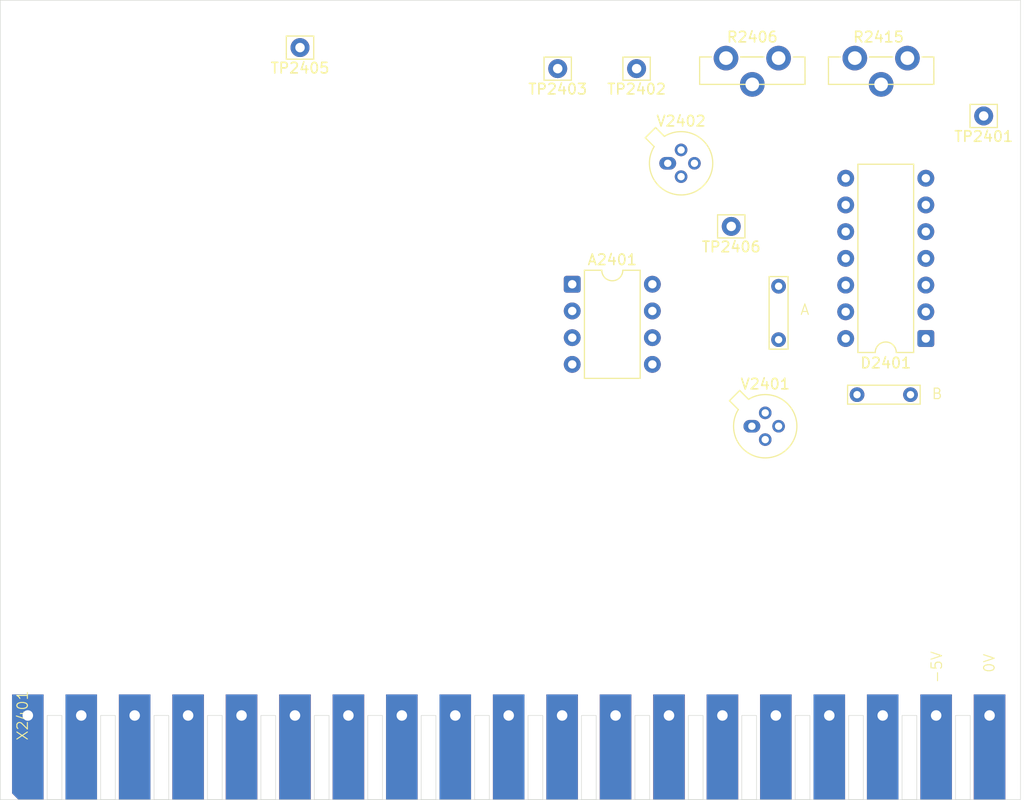
<source format=kicad_pcb>
(kicad_pcb (version 20241229) (generator "pcbnew") (generator_version "9.0")
  (title_block (title "Philips PM2528 - N24 (AC Amplifier)") (date "2025-08-06") (rev "1.0") (company "D. Kupers"))
  (layers (0 "F.Cu" signal) (2 "B.Cu" signal) (13 "F.Paste" user) (15 "B.Paste" user) (5 "F.SilkS" user "F.Silkscreen") (7 "B.SilkS" user "B.Silkscreen") (1 "F.Mask" user) (3 "B.Mask" user) (25 "Edge.Cuts" user))
  (net 0 "")
  (net 1 "+15V")
  (net 2 "Net-(A2401--)")
  (net 3 "-15V")
  (net 4 "Net-(A2401-CompenA)")
  (net 5 "Net-(A2401-+)")
  (net 6 "Net-(A2401-Pad6)")
  (net 7 "Net-(A2401-CompenB)")
  (net 8 "-5V")
  (net 9 "Net-(D2401-Q)")
  (net 10 "Net-(D2401-~{Q})")
  (net 11 "Net-(D2401-C)")
  (net 12 "GND2")
  (net 13 "Net-(D2401-RC_COMMON)")
  (net 15 "Net-(D2401-R)")
  (net 16 "Net-(JP2401-A)")
  (net 17 "Net-(JP2401-B)")
  (net 19 "GND3")
  (net 20 "/CFI")
  (net 23 "/IN")
  (net 24 "GND6")
  (net 25 "GND5")
  (net 27 "GND4")
  (net 29 "/OUT")
  (net 32 "Net-(V2402-S)")
  (net 33 "Net-(C2407-Pad1)")
  (net 34 "Net-(V2401-Bulk)")
  (net 35 "Net-(V2401-D)")
  (net 36 "Net-(R2405-Pad2)")
  (net 37 "Net-(R2415-Pad1)")
  (net 38 "Net-(C2402-Pad1)")
  (net 39 "Net-(R2414-Pad2)")
  (footprint "Connector_Pin:Pin_D0.9mm_L10.0mm_W2.4mm_FlatFork" (layer "F.Cu") (at 127.5 83)
    (property "Reference" "TP2405" (at 0 1.95 0) (layer "F.SilkS"))
    (property "Value" "0V")
    (fp_line (start -1.3 -1.1) (end -1.3 0.6) (stroke (width 0.12)) (layer "F.SilkS"))
    (fp_line (start -1.3 0.6) (end -1.3 1.1) (stroke (width 0.12)) (layer "F.SilkS"))
    (fp_line (start -1.3 1.1) (end 1.3 1.1) (stroke (width 0.12)) (layer "F.SilkS"))
    (fp_line (start 1.3 -1.1) (end -1.3 -1.1) (stroke (width 0.12)) (layer "F.SilkS"))
    (fp_line (start 1.3 1.1) (end 1.3 -1.1) (stroke (width 0.12)) (layer "F.SilkS"))
    (pad "1" thru_hole circle (at 0 0) (size 1.8 1.8) (drill 0.9) (layers "*.Cu" "*.Mask") (net 25 "GND5"))
  )
  (footprint "TestPoint:TestPoint_Bridge_Pitch5.08mm_Drill0.7mm" (layer "F.Cu") (at 173 110.77 90)
    (property "Reference" "JP2401" (hide yes))
    (property "Value" "A")
    (fp_line (start 6 -0.9) (end 6 0.9) (stroke (width 0.12)) (layer "F.SilkS"))
    (fp_line (start -0.9 -0.9) (end 6 -0.9) (stroke (width 0.12)) (layer "F.SilkS"))
    (fp_line (start 6 0.9) (end -0.9 0.9) (stroke (width 0.12)) (layer "F.SilkS"))
    (fp_line (start -0.9 0.9) (end -0.9 -0.9) (stroke (width 0.12)) (layer "F.SilkS"))
    (pad "1" thru_hole circle (at 0 0 90) (size 1.4 1.4) (drill 0.7) (layers "*.Cu" "*.Mask") (net 16 "Net-(JP2401-A)"))
    (pad "1" thru_hole circle (at 5.08 0 90) (size 1.4 1.4) (drill 0.7) (layers "*.Cu" "*.Mask") (net 16 "Net-(JP2401-A)"))
  )
  (footprint "PM2528:Trimmer vertical" (layer "F.Cu") (at 185.25 84 -90)
    (property "Reference" "R2415" (at -2 2.75 180) (layer "F.SilkS"))
    (property "Value" "1k")
    (fp_line (start 2.5 7.505) (end -0.11 7.51) (stroke (width 0.12)) (layer "F.SilkS"))
    (fp_line (start -0.11 6.396) (end -0.11 7.51) (stroke (width 0.12)) (layer "F.SilkS"))
    (fp_line (start -0.11 1.396) (end -0.11 3.604) (stroke (width 0.12)) (layer "F.SilkS"))
    (fp_line (start -0.11 1.396) (end -0.11 3.604) (stroke (width 0.12)) (layer "F.SilkS"))
    (fp_line (start -0.11 -2.51) (end -0.11 -1.396) (stroke (width 0.12)) (layer "F.SilkS"))
    (fp_line (start 2.5 -2.515) (end 2.5 7.505) (stroke (width 0.12)) (layer "F.SilkS"))
    (fp_line (start 2.5 -2.515) (end -0.11 -2.51) (stroke (width 0.12)) (layer "F.SilkS"))
    (pad "1" thru_hole circle (at 0 0 270) (size 2.34 2.34) (drill 1.3) (layers "*.Cu" "*.Mask") (net 37 "Net-(R2415-Pad1)"))
    (pad "2" thru_hole circle (at 2.5 2.5 270) (size 2.34 2.34) (drill 1.3) (layers "*.Cu" "*.Mask") (net 38 "Net-(C2402-Pad1)"))
    (pad "3" thru_hole circle (at 0 5 270) (size 2.34 2.34) (drill 1.3) (layers "*.Cu" "*.Mask") (net 39 "Net-(R2414-Pad2)"))
  )
  (footprint "Connector_Pin:Pin_D0.9mm_L10.0mm_W2.4mm_FlatFork" (layer "F.Cu") (at 159.5 85)
    (property "Reference" "TP2402" (at 0 1.95 0) (layer "F.SilkS"))
    (property "Value" "~")
    (fp_line (start -1.3 -1.1) (end -1.3 0.6) (stroke (width 0.12)) (layer "F.SilkS"))
    (fp_line (start -1.3 0.6) (end -1.3 1.1) (stroke (width 0.12)) (layer "F.SilkS"))
    (fp_line (start -1.3 1.1) (end 1.3 1.1) (stroke (width 0.12)) (layer "F.SilkS"))
    (fp_line (start 1.3 -1.1) (end -1.3 -1.1) (stroke (width 0.12)) (layer "F.SilkS"))
    (fp_line (start 1.3 1.1) (end 1.3 -1.1) (stroke (width 0.12)) (layer "F.SilkS"))
    (pad "1" thru_hole circle (at 0 0) (size 1.8 1.8) (drill 0.9) (layers "*.Cu" "*.Mask") (net 32 "Net-(V2402-S)"))
  )
  (footprint "PM2528:PM2528_RiserCardConnector" (layer "F.Cu") (at 101.62 146.5 90)
    (property "Reference" "X2401" (at 0 -0.5 90) (layer "F.SilkS") (effects (font (thickness 0.1))))
    (property "Value" "~")
    (fp_rect (start -8 1.84) (end 0 3.24) (stroke (width 0.05)) (fill no) (layer "Edge.Cuts"))
    (fp_rect (start -8 6.92) (end 0 8.32) (stroke (width 0.05)) (fill no) (layer "Edge.Cuts"))
    (fp_rect (start -8 12) (end 0 13.4) (stroke (width 0.05)) (fill no) (layer "Edge.Cuts"))
    (fp_rect (start -8 17.08) (end 0 18.48) (stroke (width 0.05)) (fill no) (layer "Edge.Cuts"))
    (fp_rect (start -8 22.16) (end 0 23.56) (stroke (width 0.05)) (fill no) (layer "Edge.Cuts"))
    (fp_rect (start -8 27.24) (end 0 28.64) (stroke (width 0.05)) (fill no) (layer "Edge.Cuts"))
    (fp_rect (start -8 32.32) (end 0 33.72) (stroke (width 0.05)) (fill no) (layer "Edge.Cuts"))
    (fp_rect (start -8 37.4) (end 0 38.8) (stroke (width 0.05)) (fill no) (layer "Edge.Cuts"))
    (fp_rect (start -8 42.48) (end 0 43.88) (stroke (width 0.05)) (fill no) (layer "Edge.Cuts"))
    (fp_rect (start -8 47.56) (end 0 48.96) (stroke (width 0.05)) (fill no) (layer "Edge.Cuts"))
    (fp_rect (start -8 52.64) (end 0 54.04) (stroke (width 0.05)) (fill no) (layer "Edge.Cuts"))
    (fp_rect (start -8 57.72) (end 0 59.12) (stroke (width 0.05)) (fill no) (layer "Edge.Cuts"))
    (fp_rect (start -8 62.8) (end 0 64.2) (stroke (width 0.05)) (fill no) (layer "Edge.Cuts"))
    (fp_rect (start -8 67.88) (end 0 69.28) (stroke (width 0.05)) (fill no) (layer "Edge.Cuts"))
    (fp_rect (start -8 72.96) (end 0 74.36) (stroke (width 0.05)) (fill no) (layer "Edge.Cuts"))
    (fp_rect (start -8 78.04) (end 0 79.44) (stroke (width 0.05)) (fill no) (layer "Edge.Cuts"))
    (fp_rect (start -8 83.12) (end 0 84.52) (stroke (width 0.05)) (fill no) (layer "Edge.Cuts"))
    (fp_rect (start -8 88.2) (end 0 89.6) (stroke (width 0.05)) (fill no) (layer "Edge.Cuts"))
    (fp_text user "-5V" (at 3 87 90) (layer "F.SilkS") (effects (font (thickness 0.1)) (justify left bottom)))
    (fp_text user "0V" (at 4 92 90) (layer "F.SilkS") (effects (font (thickness 0.1)) (justify left bottom)))
    (pad "1" thru_hole rect (at 0 91.44 90) (size 10 3) (drill 1 (offset -3 0)) (layers "*.Cu" "*.Mask") (net 12 "GND2"))
    (pad "2" thru_hole rect (at 0 86.36 90) (size 10 3) (drill 1 (offset -3 0)) (layers "*.Cu" "*.Mask") (net 8 "-5V"))
    (pad "3" thru_hole rect (at 0 81.28 90) (size 10 3) (drill 1 (offset -3 0)) (layers "*.Cu" "*.Mask") (net 3 "-15V"))
    (pad "4" thru_hole rect (at 0 76.2 90) (size 10 3) (drill 1 (offset -3 0)) (layers "*.Cu" "*.Mask") (net 1 "+15V"))
    (pad "5" thru_hole rect (at 0 71.12 90) (size 10 3) (drill 1 (offset -3 0)) (layers "*.Cu" "*.Mask"))
    (pad "6" thru_hole rect (at 0 66.04 90) (size 10 3) (drill 1 (offset -3 0)) (layers "*.Cu" "*.Mask") (net 19 "GND3"))
    (pad "7" thru_hole rect (at 0 60.96 90) (size 10 3) (drill 1 (offset -3 0)) (layers "*.Cu" "*.Mask"))
    (pad "8" thru_hole rect (at 0 55.88 90) (size 10 3) (drill 1 (offset -3 0)) (layers "*.Cu" "*.Mask"))
    (pad "9" thru_hole rect (at 0 50.8 90) (size 10 3) (drill 1 (offset -3 0)) (layers "*.Cu" "*.Mask") (net 27 "GND4"))
    (pad "10" thru_hole rect (at 0 45.72 90) (size 10 3) (drill 1 (offset -3 0)) (layers "*.Cu" "*.Mask") (net 23 "/IN"))
    (pad "11" thru_hole rect (at 0 40.64 90) (size 10 3) (drill 1 (offset -3 0)) (layers "*.Cu" "*.Mask") (net 27 "GND4"))
    (pad "12" thru_hole rect (at 0 35.56 90) (size 10 3) (drill 1 (offset -3 0)) (layers "*.Cu" "*.Mask"))
    (pad "13" thru_hole rect (at 0 30.48 90) (size 10 3) (drill 1 (offset -3 0)) (layers "*.Cu" "*.Mask") (net 25 "GND5"))
    (pad "14" thru_hole rect (at 0 25.4 90) (size 10 3) (drill 1 (offset -3 0)) (layers "*.Cu" "*.Mask") (net 20 "/CFI"))
    (pad "15" thru_hole rect (at 0 20.32 90) (size 10 3) (drill 1 (offset -3 0)) (layers "*.Cu" "*.Mask"))
    (pad "16" thru_hole rect (at 0 15.24 90) (size 10 3) (drill 1 (offset -3 0)) (layers "*.Cu" "*.Mask"))
    (pad "17" thru_hole rect (at 0 10.16 90) (size 10 3) (drill 1 (offset -3 0)) (layers "*.Cu" "*.Mask") (net 29 "/OUT"))
    (pad "18" thru_hole rect (at 0 5.08 90) (size 10 3) (drill 1 (offset -3 0)) (layers "*.Cu" "*.Mask"))
    (pad "19" thru_hole roundrect (at 0 0 90) (size 10 3) (drill 1 (offset -3 0)) (layers "*.Cu" "*.Mask") (roundrect_rratio 0) (chamfer_ratio 0.2) (chamfer top_left) (net 24 "GND6"))
  )
  (footprint "Connector_Pin:Pin_D0.9mm_L10.0mm_W2.4mm_FlatFork" (layer "F.Cu") (at 152 85)
    (property "Reference" "TP2403" (at 0 1.95 0) (layer "F.SilkS"))
    (property "Value" "~")
    (fp_line (start -1.3 -1.1) (end -1.3 0.6) (stroke (width 0.12)) (layer "F.SilkS"))
    (fp_line (start -1.3 0.6) (end -1.3 1.1) (stroke (width 0.12)) (layer "F.SilkS"))
    (fp_line (start -1.3 1.1) (end 1.3 1.1) (stroke (width 0.12)) (layer "F.SilkS"))
    (fp_line (start 1.3 -1.1) (end -1.3 -1.1) (stroke (width 0.12)) (layer "F.SilkS"))
    (fp_line (start 1.3 1.1) (end 1.3 -1.1) (stroke (width 0.12)) (layer "F.SilkS"))
    (pad "1" thru_hole circle (at 0 0) (size 1.8 1.8) (drill 0.9) (layers "*.Cu" "*.Mask") (net 33 "Net-(C2407-Pad1)"))
  )
  (footprint "Connector_Pin:Pin_D0.9mm_L10.0mm_W2.4mm_FlatFork" (layer "F.Cu") (at 168.5 100)
    (property "Reference" "TP2406" (at 0 1.95 0) (layer "F.SilkS"))
    (property "Value" "AC_RMS?")
    (fp_line (start -1.3 -1.1) (end -1.3 0.6) (stroke (width 0.12)) (layer "F.SilkS"))
    (fp_line (start -1.3 0.6) (end -1.3 1.1) (stroke (width 0.12)) (layer "F.SilkS"))
    (fp_line (start -1.3 1.1) (end 1.3 1.1) (stroke (width 0.12)) (layer "F.SilkS"))
    (fp_line (start 1.3 -1.1) (end -1.3 -1.1) (stroke (width 0.12)) (layer "F.SilkS"))
    (fp_line (start 1.3 1.1) (end 1.3 -1.1) (stroke (width 0.12)) (layer "F.SilkS"))
    (pad "1" thru_hole circle (at 0 0) (size 1.8 1.8) (drill 0.9) (layers "*.Cu" "*.Mask") (net 6 "Net-(A2401-Pad6)"))
  )
  (footprint "Connector_Pin:Pin_D0.9mm_L10.0mm_W2.4mm_FlatFork" (layer "F.Cu") (at 192.5 89.5)
    (property "Reference" "TP2401" (at 0 1.95 0) (layer "F.SilkS"))
    (property "Value" "V.Chopper")
    (fp_line (start -1.3 -1.1) (end -1.3 0.6) (stroke (width 0.12)) (layer "F.SilkS"))
    (fp_line (start -1.3 0.6) (end -1.3 1.1) (stroke (width 0.12)) (layer "F.SilkS"))
    (fp_line (start -1.3 1.1) (end 1.3 1.1) (stroke (width 0.12)) (layer "F.SilkS"))
    (fp_line (start 1.3 -1.1) (end -1.3 -1.1) (stroke (width 0.12)) (layer "F.SilkS"))
    (fp_line (start 1.3 1.1) (end 1.3 -1.1) (stroke (width 0.12)) (layer "F.SilkS"))
    (pad "1" thru_hole circle (at 0 0) (size 1.8 1.8) (drill 0.9) (layers "*.Cu" "*.Mask") (net 9 "Net-(D2401-Q)"))
  )
  (footprint "Package_TO_SOT_THT:TO-72-4" (layer "F.Cu") (at 162.46 94)
    (property "Reference" "V2402" (at 1.27 -4.01 0) (layer "F.SilkS"))
    (property "Value" "BFW13")
    (fp_line (start -2.130108 -2.424301) (end -1.289618 -1.583811) (stroke (width 0.12)) (layer "F.SilkS"))
    (fp_line (start -1.154301 -3.400108) (end -2.130108 -2.424301) (stroke (width 0.12)) (layer "F.SilkS"))
    (fp_line (start -0.313811 -2.559618) (end -1.154301 -3.400108) (stroke (width 0.12)) (layer "F.SilkS"))
    (fp_arc (start -0.313811 -2.559618) (mid 3.398391 2.128391) (end -1.289618 -1.583811) (stroke (width 0.12)) (layer "F.SilkS"))
    (pad "1" thru_hole oval (at 0 0) (size 1.6 1.2) (drill 0.7) (layers "*.Cu" "*.Mask") (net 9 "Net-(D2401-Q)"))
    (pad "2" thru_hole circle (at 1.27 1.27) (size 1.2 1.2) (drill 0.7) (layers "*.Cu" "*.Mask") (net 32 "Net-(V2402-S)"))
    (pad "3" thru_hole circle (at 2.54 0) (size 1.2 1.2) (drill 0.7) (layers "*.Cu" "*.Mask") (net 27 "GND4"))
    (pad "4" thru_hole circle (at 1.27 -1.27) (size 1.2 1.2) (drill 0.7) (layers "*.Cu" "*.Mask"))
  )
  (footprint "PM2528:Trimmer vertical" (layer "F.Cu") (at 173 84 -90)
    (property "Reference" "R2406" (at -2 2.5 180) (layer "F.SilkS"))
    (property "Value" "220k")
    (fp_line (start 2.5 7.505) (end -0.11 7.51) (stroke (width 0.12)) (layer "F.SilkS"))
    (fp_line (start -0.11 6.396) (end -0.11 7.51) (stroke (width 0.12)) (layer "F.SilkS"))
    (fp_line (start -0.11 1.396) (end -0.11 3.604) (stroke (width 0.12)) (layer "F.SilkS"))
    (fp_line (start -0.11 1.396) (end -0.11 3.604) (stroke (width 0.12)) (layer "F.SilkS"))
    (fp_line (start -0.11 -2.51) (end -0.11 -1.396) (stroke (width 0.12)) (layer "F.SilkS"))
    (fp_line (start 2.5 -2.515) (end 2.5 7.505) (stroke (width 0.12)) (layer "F.SilkS"))
    (fp_line (start 2.5 -2.515) (end -0.11 -2.51) (stroke (width 0.12)) (layer "F.SilkS"))
    (pad "1" thru_hole circle (at 0 0 270) (size 2.34 2.34) (drill 1.3) (layers "*.Cu" "*.Mask") (net 1 "+15V"))
    (pad "2" thru_hole circle (at 2.5 2.5 270) (size 2.34 2.34) (drill 1.3) (layers "*.Cu" "*.Mask") (net 36 "Net-(R2405-Pad2)"))
    (pad "3" thru_hole circle (at 0 5 270) (size 2.34 2.34) (drill 1.3) (layers "*.Cu" "*.Mask") (net 3 "-15V"))
  )
  (footprint "Package_DIP:DIP-8_W7.62mm" (layer "F.Cu") (at 153.38 105.5)
    (property "Reference" "A2401" (at 3.81 -2.33 0) (layer "F.SilkS"))
    (property "Value" "LM308AH")
    (fp_line (start 1.16 -1.33) (end 1.16 8.95) (stroke (width 0.12)) (layer "F.SilkS"))
    (fp_line (start 1.16 8.95) (end 6.46 8.95) (stroke (width 0.12)) (layer "F.SilkS"))
    (fp_line (start 2.81 -1.33) (end 1.16 -1.33) (stroke (width 0.12)) (layer "F.SilkS"))
    (fp_line (start 6.46 -1.33) (end 4.81 -1.33) (stroke (width 0.12)) (layer "F.SilkS"))
    (fp_line (start 6.46 8.95) (end 6.46 -1.33) (stroke (width 0.12)) (layer "F.SilkS"))
    (fp_arc (start 4.81 -1.33) (mid 3.81 -0.33) (end 2.81 -1.33) (stroke (width 0.12)) (layer "F.SilkS"))
    (pad "1" thru_hole roundrect (at 0 0) (size 1.6 1.6) (drill 0.8) (layers "*.Cu" "*.Mask") (roundrect_rratio 0.15625) (net 4 "Net-(A2401-CompenA)"))
    (pad "2" thru_hole circle (at 0 2.54) (size 1.6 1.6) (drill 0.8) (layers "*.Cu" "*.Mask") (net 2 "Net-(A2401--)"))
    (pad "3" thru_hole circle (at 0 5.08) (size 1.6 1.6) (drill 0.8) (layers "*.Cu" "*.Mask") (net 5 "Net-(A2401-+)"))
    (pad "4" thru_hole circle (at 0 7.62) (size 1.6 1.6) (drill 0.8) (layers "*.Cu" "*.Mask") (net 3 "-15V"))
    (pad "5" thru_hole circle (at 7.62 7.62) (size 1.6 1.6) (drill 0.8) (layers "*.Cu" "*.Mask"))
    (pad "6" thru_hole circle (at 7.62 5.08) (size 1.6 1.6) (drill 0.8) (layers "*.Cu" "*.Mask") (net 6 "Net-(A2401-Pad6)"))
    (pad "7" thru_hole circle (at 7.62 2.54) (size 1.6 1.6) (drill 0.8) (layers "*.Cu" "*.Mask") (net 1 "+15V"))
    (pad "8" thru_hole circle (at 7.62 0) (size 1.6 1.6) (drill 0.8) (layers "*.Cu" "*.Mask") (net 7 "Net-(A2401-CompenB)"))
  )
  (footprint "Package_TO_SOT_THT:TO-72-4" (layer "F.Cu") (at 170.46 119)
    (property "Reference" "V2401" (at 1.27 -4.01 0) (layer "F.SilkS"))
    (property "Value" "BSV81")
    (fp_line (start -2.130108 -2.424301) (end -1.289618 -1.583811) (stroke (width 0.12)) (layer "F.SilkS"))
    (fp_line (start -1.154301 -3.400108) (end -2.130108 -2.424301) (stroke (width 0.12)) (layer "F.SilkS"))
    (fp_line (start -0.313811 -2.559618) (end -1.154301 -3.400108) (stroke (width 0.12)) (layer "F.SilkS"))
    (fp_arc (start -0.313811 -2.559618) (mid 3.398391 2.128391) (end -1.289618 -1.583811) (stroke (width 0.12)) (layer "F.SilkS"))
    (pad "1" thru_hole oval (at 0 0) (size 1.6 1.2) (drill 0.7) (layers "*.Cu" "*.Mask") (net 35 "Net-(V2401-D)"))
    (pad "2" thru_hole circle (at 1.27 1.27) (size 1.2 1.2) (drill 0.7) (layers "*.Cu" "*.Mask") (net 10 "Net-(D2401-~{Q})"))
    (pad "3" thru_hole circle (at 2.54 0) (size 1.2 1.2) (drill 0.7) (layers "*.Cu" "*.Mask") (net 34 "Net-(V2401-Bulk)"))
    (pad "4" thru_hole circle (at 1.27 -1.27) (size 1.2 1.2) (drill 0.7) (layers "*.Cu" "*.Mask") (net 34 "Net-(V2401-Bulk)"))
  )
  (footprint "TestPoint:TestPoint_Bridge_Pitch5.08mm_Drill0.7mm" (layer "F.Cu") (at 180.46 116)
    (property "Reference" "JP2402" (hide yes))
    (property "Value" "B")
    (fp_line (start -0.9 -0.9) (end 6 -0.9) (stroke (width 0.12)) (layer "F.SilkS"))
    (fp_line (start -0.9 0.9) (end -0.9 -0.9) (stroke (width 0.12)) (layer "F.SilkS"))
    (fp_line (start 6 -0.9) (end 6 0.9) (stroke (width 0.12)) (layer "F.SilkS"))
    (fp_line (start 6 0.9) (end -0.9 0.9) (stroke (width 0.12)) (layer "F.SilkS"))
    (pad "1" thru_hole circle (at 0 0) (size 1.4 1.4) (drill 0.7) (layers "*.Cu" "*.Mask") (net 17 "Net-(JP2401-B)"))
    (pad "1" thru_hole circle (at 5.08 0) (size 1.4 1.4) (drill 0.7) (layers "*.Cu" "*.Mask") (net 17 "Net-(JP2401-B)"))
  )
  (footprint "Package_DIP:DIP-14_W7.62mm" (layer "F.Cu") (at 187 110.66 180)
    (property "Reference" "D2401" (at 3.81 -2.33 0) (layer "F.SilkS"))
    (property "Value" "HEF4047")
    (fp_line (start 6.46 16.57) (end 6.46 -1.33) (stroke (width 0.12)) (layer "F.SilkS"))
    (fp_line (start 6.46 -1.33) (end 4.81 -1.33) (stroke (width 0.12)) (layer "F.SilkS"))
    (fp_line (start 2.81 -1.33) (end 1.16 -1.33) (stroke (width 0.12)) (layer "F.SilkS"))
    (fp_line (start 1.16 16.57) (end 6.46 16.57) (stroke (width 0.12)) (layer "F.SilkS"))
    (fp_line (start 1.16 -1.33) (end 1.16 16.57) (stroke (width 0.12)) (layer "F.SilkS"))
    (fp_arc (start 4.81 -1.33) (mid 3.81 -0.33) (end 2.81 -1.33) (stroke (width 0.12)) (layer "F.SilkS"))
    (pad "1" thru_hole roundrect (at 0 0 180) (size 1.6 1.6) (drill 0.8) (layers "*.Cu" "*.Mask") (roundrect_rratio 0.15625) (net 11 "Net-(D2401-C)"))
    (pad "2" thru_hole circle (at 0 2.54 180) (size 1.6 1.6) (drill 0.8) (layers "*.Cu" "*.Mask") (net 15 "Net-(D2401-R)"))
    (pad "3" thru_hole circle (at 0 5.08 180) (size 1.6 1.6) (drill 0.8) (layers "*.Cu" "*.Mask") (net 13 "Net-(D2401-RC_COMMON)"))
    (pad "4" thru_hole circle (at 0 7.62 180) (size 1.6 1.6) (drill 0.8) (layers "*.Cu" "*.Mask") (net 12 "GND2"))
    (pad "5" thru_hole circle (at 0 10.16 180) (size 1.6 1.6) (drill 0.8) (layers "*.Cu" "*.Mask") (net 12 "GND2"))
    (pad "6" thru_hole circle (at 0 12.7 180) (size 1.6 1.6) (drill 0.8) (layers "*.Cu" "*.Mask") (net 12 "GND2"))
    (pad "7" thru_hole circle (at 0 15.24 180) (size 1.6 1.6) (drill 0.8) (layers "*.Cu" "*.Mask") (net 8 "-5V"))
    (pad "8" thru_hole circle (at 7.62 15.24 180) (size 1.6 1.6) (drill 0.8) (layers "*.Cu" "*.Mask") (net 8 "-5V"))
    (pad "9" thru_hole circle (at 7.62 12.7 180) (size 1.6 1.6) (drill 0.8) (layers "*.Cu" "*.Mask") (net 8 "-5V"))
    (pad "10" thru_hole circle (at 7.62 10.16 180) (size 1.6 1.6) (drill 0.8) (layers "*.Cu" "*.Mask") (net 9 "Net-(D2401-Q)"))
    (pad "11" thru_hole circle (at 7.62 7.62 180) (size 1.6 1.6) (drill 0.8) (layers "*.Cu" "*.Mask") (net 10 "Net-(D2401-~{Q})"))
    (pad "12" thru_hole circle (at 7.62 5.08 180) (size 1.6 1.6) (drill 0.8) (layers "*.Cu" "*.Mask") (net 8 "-5V"))
    (pad "13" thru_hole circle (at 7.62 2.54 180) (size 1.6 1.6) (drill 0.8) (layers "*.Cu" "*.Mask"))
    (pad "14" thru_hole circle (at 7.62 0 180) (size 1.6 1.6) (drill 0.8) (layers "*.Cu" "*.Mask") (net 12 "GND2"))
  )
  (gr_rect (start 99 78.5) (end 196 154.5) (stroke (width 0.05)) (fill no) (layer "Edge.Cuts"))
  (gr_text "B" (at 187.5 116.5 0) (layer "F.SilkS") (effects (font (size 1 1) (thickness 0.1)) (justify left bottom)))
  (gr_text "A" (at 175 108.5 0) (layer "F.SilkS") (effects (font (size 1 1) (thickness 0.1)) (justify left bottom)))
)
</source>
